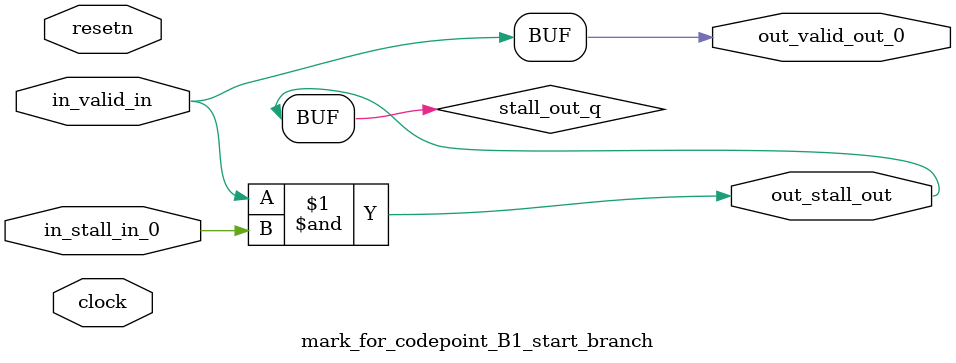
<source format=sv>



(* altera_attribute = "-name AUTO_SHIFT_REGISTER_RECOGNITION OFF; -name MESSAGE_DISABLE 10036; -name MESSAGE_DISABLE 10037; -name MESSAGE_DISABLE 14130; -name MESSAGE_DISABLE 14320; -name MESSAGE_DISABLE 15400; -name MESSAGE_DISABLE 14130; -name MESSAGE_DISABLE 10036; -name MESSAGE_DISABLE 12020; -name MESSAGE_DISABLE 12030; -name MESSAGE_DISABLE 12010; -name MESSAGE_DISABLE 12110; -name MESSAGE_DISABLE 14320; -name MESSAGE_DISABLE 13410; -name MESSAGE_DISABLE 113007; -name MESSAGE_DISABLE 10958" *)
module mark_for_codepoint_B1_start_branch (
    input wire [0:0] in_stall_in_0,
    input wire [0:0] in_valid_in,
    output wire [0:0] out_stall_out,
    output wire [0:0] out_valid_out_0,
    input wire clock,
    input wire resetn
    );

    wire [0:0] stall_out_q;


    // stall_out(LOGICAL,6)
    assign stall_out_q = in_valid_in & in_stall_in_0;

    // out_stall_out(GPOUT,4)
    assign out_stall_out = stall_out_q;

    // out_valid_out_0(GPOUT,5)
    assign out_valid_out_0 = in_valid_in;

endmodule

</source>
